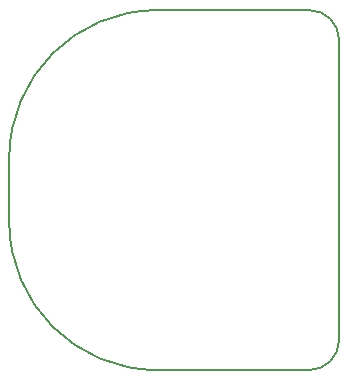
<source format=gbr>
G04 #@! TF.FileFunction,Profile,NP*
%FSLAX46Y46*%
G04 Gerber Fmt 4.6, Leading zero omitted, Abs format (unit mm)*
G04 Created by KiCad (PCBNEW 4.0.7) date 05/24/18 21:51:10*
%MOMM*%
%LPD*%
G01*
G04 APERTURE LIST*
%ADD10C,0.100000*%
%ADD11C,0.150000*%
G04 APERTURE END LIST*
D10*
D11*
X180340000Y-104140000D02*
G75*
G03X177800000Y-101600000I-2540000J0D01*
G01*
X164940000Y-101600000D02*
G75*
G03X152400000Y-114140000I0J-12540000D01*
G01*
X152400000Y-119540000D02*
G75*
G03X164940000Y-132080000I12540000J0D01*
G01*
X177800000Y-132080000D02*
G75*
G03X180340000Y-129540000I0J2540000D01*
G01*
X164947600Y-101600000D02*
X177800000Y-101600000D01*
X152400000Y-119532400D02*
X152400000Y-114147600D01*
X177800000Y-132080000D02*
X164947600Y-132080000D01*
X180340000Y-104140000D02*
X180340000Y-129540000D01*
M02*

</source>
